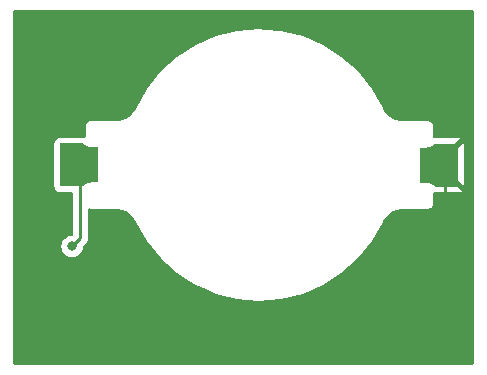
<source format=gbr>
%TF.GenerationSoftware,KiCad,Pcbnew,7.0.7*%
%TF.CreationDate,2024-01-22T14:54:53+09:00*%
%TF.ProjectId,coincall,636f696e-6361-46c6-9c2e-6b696361645f,rev?*%
%TF.SameCoordinates,Original*%
%TF.FileFunction,Copper,L2,Bot*%
%TF.FilePolarity,Positive*%
%FSLAX46Y46*%
G04 Gerber Fmt 4.6, Leading zero omitted, Abs format (unit mm)*
G04 Created by KiCad (PCBNEW 7.0.7) date 2024-01-22 14:54:53*
%MOMM*%
%LPD*%
G01*
G04 APERTURE LIST*
G04 Aperture macros list*
%AMFreePoly0*
4,1,32,0.226743,1.912552,0.245504,1.907443,0.386579,1.798267,0.538233,1.712989,0.700699,1.650739,0.870517,1.612848,1.046227,1.599966,1.444038,1.599942,1.464626,1.591411,1.486460,1.582368,1.486460,1.582365,1.486463,1.582365,1.504034,1.539942,1.504035,-1.330057,1.486461,-1.372483,1.444035,-1.390057,1.028740,-1.390056,0.855037,-1.403901,0.687059,-1.442253,0.526381,-1.504463,
0.376386,-1.589219,0.236753,-1.697426,0.217978,-1.702552,0.200000,-1.710000,-1.650000,-1.710007,-1.692426,-1.692433,-1.710000,-1.650007,-1.710000,1.859992,-1.692426,1.902418,-1.650000,1.919992,0.208783,1.919992,0.226743,1.912552,0.226743,1.912552,$1*%
G04 Aperture macros list end*
%TA.AperFunction,SMDPad,CuDef*%
%ADD10FreePoly0,0.000000*%
%TD*%
%TA.AperFunction,SMDPad,CuDef*%
%ADD11FreePoly0,180.000000*%
%TD*%
%TA.AperFunction,ViaPad*%
%ADD12C,0.800000*%
%TD*%
%TA.AperFunction,Conductor*%
%ADD13C,0.250000*%
%TD*%
G04 APERTURE END LIST*
D10*
%TO.P,BT4,1,+*%
%TO.N,+5V*%
X163700000Y-99200000D03*
D11*
%TO.P,BT4,2,-*%
%TO.N,GND*%
X194000000Y-99000000D03*
%TD*%
D12*
%TO.N,GND*%
X194564000Y-104648000D03*
%TO.N,+5V*%
X163000000Y-106000000D03*
%TD*%
D13*
%TO.N,GND*%
X194564000Y-99564000D02*
X194000000Y-99000000D01*
X194564000Y-104648000D02*
X194564000Y-99564000D01*
%TO.N,+5V*%
X163700000Y-105300000D02*
X163700000Y-99200000D01*
X163000000Y-106000000D02*
X163700000Y-105300000D01*
%TD*%
%TA.AperFunction,Conductor*%
%TO.N,GND*%
G36*
X196943039Y-86019685D02*
G01*
X196988794Y-86072489D01*
X197000000Y-86124000D01*
X197000000Y-115876000D01*
X196980315Y-115943039D01*
X196927511Y-115988794D01*
X196876000Y-116000000D01*
X158124000Y-116000000D01*
X158056961Y-115980315D01*
X158011206Y-115927511D01*
X158000000Y-115876000D01*
X158000000Y-97394053D01*
X161482305Y-97394053D01*
X161483254Y-97402869D01*
X161482506Y-97402949D01*
X161484353Y-97417650D01*
X161484353Y-100846756D01*
X161482307Y-100904063D01*
X161517898Y-101043506D01*
X161517902Y-101043516D01*
X161536918Y-101089427D01*
X161536924Y-101089439D01*
X161588724Y-101184304D01*
X161588725Y-101184305D01*
X161686794Y-101289642D01*
X161810568Y-101363083D01*
X161844542Y-101377156D01*
X161856500Y-101382109D01*
X161856504Y-101382110D01*
X161856508Y-101382112D01*
X161960247Y-101412568D01*
X161960254Y-101412570D01*
X162104085Y-101417697D01*
X162104094Y-101417694D01*
X162112907Y-101416747D01*
X162112988Y-101417502D01*
X162127668Y-101415651D01*
X162950501Y-101415649D01*
X163017539Y-101435333D01*
X163063294Y-101488137D01*
X163074500Y-101539649D01*
X163074500Y-104975500D01*
X163054815Y-105042539D01*
X163002011Y-105088294D01*
X162950500Y-105099500D01*
X162905354Y-105099500D01*
X162872897Y-105106398D01*
X162720197Y-105138855D01*
X162720192Y-105138857D01*
X162547270Y-105215848D01*
X162547265Y-105215851D01*
X162394129Y-105327111D01*
X162267466Y-105467785D01*
X162172821Y-105631715D01*
X162172818Y-105631722D01*
X162117880Y-105800806D01*
X162114326Y-105811744D01*
X162094540Y-106000000D01*
X162114326Y-106188256D01*
X162114327Y-106188259D01*
X162172818Y-106368277D01*
X162172821Y-106368284D01*
X162267467Y-106532216D01*
X162394129Y-106672888D01*
X162547265Y-106784148D01*
X162547270Y-106784151D01*
X162720192Y-106861142D01*
X162720197Y-106861144D01*
X162905354Y-106900500D01*
X162905355Y-106900500D01*
X163094644Y-106900500D01*
X163094646Y-106900500D01*
X163279803Y-106861144D01*
X163452730Y-106784151D01*
X163605871Y-106672888D01*
X163732533Y-106532216D01*
X163827179Y-106368284D01*
X163885674Y-106188256D01*
X163903321Y-106020344D01*
X163929904Y-105955734D01*
X163938951Y-105945638D01*
X164083788Y-105800801D01*
X164096042Y-105790986D01*
X164095859Y-105790764D01*
X164101866Y-105785792D01*
X164101877Y-105785786D01*
X164132775Y-105752882D01*
X164149227Y-105735364D01*
X164159671Y-105724918D01*
X164170120Y-105714471D01*
X164174379Y-105708978D01*
X164178152Y-105704561D01*
X164210062Y-105670582D01*
X164219713Y-105653024D01*
X164230396Y-105636761D01*
X164242673Y-105620936D01*
X164261185Y-105578153D01*
X164263738Y-105572941D01*
X164286197Y-105532092D01*
X164291180Y-105512680D01*
X164297481Y-105494280D01*
X164305437Y-105475896D01*
X164312729Y-105429852D01*
X164313906Y-105424171D01*
X164325500Y-105379019D01*
X164325500Y-105358982D01*
X164327027Y-105339582D01*
X164329002Y-105327112D01*
X164330160Y-105319804D01*
X164325775Y-105273418D01*
X164325500Y-105267580D01*
X164325500Y-102916364D01*
X164345185Y-102849325D01*
X164370219Y-102827632D01*
X164394617Y-102799678D01*
X164461726Y-102780232D01*
X164493375Y-102784455D01*
X164497273Y-102785500D01*
X164543405Y-102785500D01*
X164562802Y-102787027D01*
X164599608Y-102792856D01*
X164603314Y-102790481D01*
X164638106Y-102785500D01*
X166602844Y-102785500D01*
X166607870Y-102785703D01*
X166918438Y-102810962D01*
X166938263Y-102814208D01*
X167233307Y-102887492D01*
X167252349Y-102893899D01*
X167531685Y-103013901D01*
X167549435Y-103023298D01*
X167805704Y-103186861D01*
X167821712Y-103199011D01*
X168048169Y-103401823D01*
X168062008Y-103416404D01*
X168252717Y-103653142D01*
X168264018Y-103669769D01*
X168417357Y-103940195D01*
X168417363Y-103940205D01*
X169338449Y-105564618D01*
X169338662Y-105565026D01*
X169339667Y-105566218D01*
X169347135Y-105575488D01*
X170508102Y-107016670D01*
X170508295Y-107016927D01*
X170508552Y-107017142D01*
X171054712Y-107506272D01*
X171896989Y-108260598D01*
X171897235Y-108260832D01*
X171897283Y-108260861D01*
X171897286Y-108260863D01*
X171897288Y-108260863D01*
X171897544Y-108261016D01*
X172873111Y-108883661D01*
X173468624Y-109263741D01*
X173468932Y-109263951D01*
X173469236Y-109264068D01*
X174311376Y-109625850D01*
X175181806Y-109999787D01*
X175182003Y-109999880D01*
X175182010Y-109999885D01*
X175182017Y-109999886D01*
X175182069Y-109999911D01*
X175182115Y-109999920D01*
X175182121Y-109999923D01*
X175182126Y-109999923D01*
X175182368Y-109999973D01*
X176991257Y-110449269D01*
X176991549Y-110449351D01*
X176991553Y-110449353D01*
X176991556Y-110449353D01*
X176991613Y-110449369D01*
X176991664Y-110449371D01*
X176991668Y-110449372D01*
X176991671Y-110449371D01*
X176991914Y-110449381D01*
X178849678Y-110600474D01*
X178849937Y-110600504D01*
X178849942Y-110600506D01*
X178849946Y-110600505D01*
X178850003Y-110600512D01*
X178850055Y-110600505D01*
X178850058Y-110600506D01*
X178850060Y-110600505D01*
X178850314Y-110600475D01*
X179545540Y-110543932D01*
X180708035Y-110449386D01*
X180708330Y-110449371D01*
X180708333Y-110449372D01*
X180708335Y-110449371D01*
X180708384Y-110449369D01*
X180708438Y-110449353D01*
X180708448Y-110449353D01*
X180708456Y-110449348D01*
X180708689Y-110449282D01*
X182517635Y-109999972D01*
X182517874Y-109999922D01*
X182517880Y-109999922D01*
X182517885Y-109999919D01*
X182517940Y-109999908D01*
X182517986Y-109999886D01*
X182517991Y-109999885D01*
X182517994Y-109999882D01*
X182518234Y-109999769D01*
X182520143Y-109998949D01*
X184230774Y-109264063D01*
X184231011Y-109263971D01*
X184231017Y-109263971D01*
X184231021Y-109263967D01*
X184231068Y-109263950D01*
X184231111Y-109263919D01*
X184231120Y-109263916D01*
X184231125Y-109263909D01*
X184231281Y-109263801D01*
X185802415Y-108261041D01*
X185802711Y-108260864D01*
X185802715Y-108260863D01*
X185802718Y-108260860D01*
X185802760Y-108260835D01*
X185802801Y-108260795D01*
X185802807Y-108260792D01*
X185802810Y-108260786D01*
X185802975Y-108260628D01*
X187191439Y-107017150D01*
X187191658Y-107016965D01*
X187191663Y-107016963D01*
X187191666Y-107016958D01*
X187191704Y-107016927D01*
X187191736Y-107016883D01*
X187191743Y-107016878D01*
X187191746Y-107016870D01*
X187191883Y-107016688D01*
X187191910Y-107016655D01*
X188361200Y-105565143D01*
X188361347Y-105564973D01*
X188361353Y-105564969D01*
X188361356Y-105564962D01*
X188361395Y-105564918D01*
X188361576Y-105564574D01*
X189281088Y-103942939D01*
X189281088Y-103942937D01*
X189435986Y-103669761D01*
X189447275Y-103653150D01*
X189637995Y-103416399D01*
X189651827Y-103401825D01*
X189878295Y-103199004D01*
X189894287Y-103186867D01*
X190150569Y-103023296D01*
X190168314Y-103013901D01*
X190447654Y-102893897D01*
X190466688Y-102887493D01*
X190761738Y-102814208D01*
X190781559Y-102810962D01*
X191092130Y-102785703D01*
X191097157Y-102785500D01*
X193061893Y-102785500D01*
X193091656Y-102794239D01*
X193137197Y-102787027D01*
X193156594Y-102785500D01*
X193202725Y-102785500D01*
X193202727Y-102785500D01*
X193206619Y-102784457D01*
X193210030Y-102784538D01*
X193210783Y-102784439D01*
X193210798Y-102784556D01*
X193234926Y-102785130D01*
X193257498Y-102773629D01*
X193281691Y-102764341D01*
X193304587Y-102758207D01*
X193324314Y-102746817D01*
X193354137Y-102739581D01*
X193366214Y-102727505D01*
X193391889Y-102707802D01*
X193395913Y-102705480D01*
X193470480Y-102630913D01*
X193472802Y-102626889D01*
X193492505Y-102601214D01*
X193500391Y-102593327D01*
X193500437Y-102585671D01*
X193511815Y-102559317D01*
X193523207Y-102539587D01*
X193529341Y-102516691D01*
X193538629Y-102492498D01*
X193546389Y-102477267D01*
X193545232Y-102473273D01*
X193549457Y-102441618D01*
X193550500Y-102437727D01*
X193550500Y-102391593D01*
X193552027Y-102372195D01*
X193557855Y-102335392D01*
X193555480Y-102331686D01*
X193550500Y-102296899D01*
X193550500Y-101538636D01*
X193570185Y-101471596D01*
X193622989Y-101425842D01*
X193692147Y-101415898D01*
X193694110Y-101416196D01*
X193773304Y-101428879D01*
X193773306Y-101428879D01*
X193811509Y-101425391D01*
X193817150Y-101425134D01*
X195646601Y-101425134D01*
X195703995Y-101427184D01*
X195843296Y-101391630D01*
X195843313Y-101391624D01*
X195855249Y-101386681D01*
X195889236Y-101372602D01*
X195973199Y-101326753D01*
X193734127Y-99087681D01*
X193700642Y-99026358D01*
X193702527Y-98999999D01*
X194353552Y-98999999D01*
X196215203Y-100861650D01*
X196215204Y-100861650D01*
X196217192Y-100806000D01*
X196216244Y-100797180D01*
X196216989Y-100797099D01*
X196215142Y-100782389D01*
X196215142Y-97353383D01*
X196217190Y-97295989D01*
X196184732Y-97168820D01*
X196184731Y-97168820D01*
X194353552Y-98999999D01*
X193702527Y-98999999D01*
X193705626Y-98956666D01*
X193734127Y-98912319D01*
X194000000Y-98646447D01*
X195831542Y-96814903D01*
X195831542Y-96814902D01*
X195739654Y-96787926D01*
X195595966Y-96782804D01*
X195587147Y-96783753D01*
X195587066Y-96783005D01*
X195572371Y-96784852D01*
X193854393Y-96784856D01*
X193834420Y-96783237D01*
X193817787Y-96780522D01*
X193817779Y-96780522D01*
X193781187Y-96785073D01*
X193776858Y-96785458D01*
X193734024Y-96787757D01*
X193734021Y-96787758D01*
X193713500Y-96792997D01*
X193705812Y-96794450D01*
X193689810Y-96796441D01*
X193620853Y-96785185D01*
X193568929Y-96738434D01*
X193550500Y-96673390D01*
X193550500Y-95905088D01*
X193559218Y-95875398D01*
X193552027Y-95830005D01*
X193550500Y-95810603D01*
X193550500Y-95804993D01*
X193550493Y-95804923D01*
X193550494Y-95764480D01*
X193549449Y-95760583D01*
X193549531Y-95757166D01*
X193549433Y-95756419D01*
X193549549Y-95756403D01*
X193550124Y-95732278D01*
X193538623Y-95709705D01*
X193529332Y-95685500D01*
X193528767Y-95683392D01*
X193523202Y-95662620D01*
X193523202Y-95662619D01*
X193523201Y-95662618D01*
X193511813Y-95642893D01*
X193504576Y-95613064D01*
X193492498Y-95600986D01*
X193472792Y-95575305D01*
X193470477Y-95571295D01*
X193395911Y-95496728D01*
X193395910Y-95496727D01*
X193395908Y-95496726D01*
X193391892Y-95494407D01*
X193366213Y-95474702D01*
X193358321Y-95466810D01*
X193350660Y-95466765D01*
X193324308Y-95455387D01*
X193320657Y-95453279D01*
X193304586Y-95444000D01*
X193281704Y-95437869D01*
X193257506Y-95428579D01*
X193242264Y-95420812D01*
X193238259Y-95421973D01*
X193206616Y-95417749D01*
X193202728Y-95416707D01*
X193202727Y-95416707D01*
X193156603Y-95416707D01*
X193137206Y-95415181D01*
X193100279Y-95409332D01*
X193096692Y-95411632D01*
X193061772Y-95416612D01*
X191097124Y-95414503D01*
X191092163Y-95414299D01*
X190781567Y-95389038D01*
X190761728Y-95385789D01*
X190466698Y-95312509D01*
X190447644Y-95306098D01*
X190168325Y-95186103D01*
X190150558Y-95176696D01*
X190150555Y-95176694D01*
X189894295Y-95013138D01*
X189878287Y-95000988D01*
X189651831Y-94798177D01*
X189637992Y-94783596D01*
X189447282Y-94546857D01*
X189447281Y-94546856D01*
X189447280Y-94546854D01*
X189435981Y-94530230D01*
X189280990Y-94256890D01*
X189280990Y-94256889D01*
X188361551Y-92635382D01*
X188361420Y-92635131D01*
X188361419Y-92635128D01*
X188361416Y-92635124D01*
X188361394Y-92635082D01*
X188361356Y-92635037D01*
X188361353Y-92635032D01*
X188361347Y-92635027D01*
X188361181Y-92634833D01*
X187191898Y-91183330D01*
X187191879Y-91183306D01*
X187191708Y-91183075D01*
X187191393Y-91182809D01*
X185802969Y-89939365D01*
X185802762Y-89939165D01*
X185802376Y-89938933D01*
X184231306Y-88936214D01*
X184231076Y-88936053D01*
X184230770Y-88935934D01*
X182518232Y-88200229D01*
X182517945Y-88200093D01*
X182517612Y-88200021D01*
X180983780Y-87819044D01*
X180708726Y-87750726D01*
X180708388Y-87750630D01*
X180708028Y-87750613D01*
X179289012Y-87635204D01*
X178850310Y-87599524D01*
X178849994Y-87599487D01*
X178849644Y-87599527D01*
X176991929Y-87750616D01*
X176991611Y-87750630D01*
X176991223Y-87750738D01*
X175182404Y-88200017D01*
X175182068Y-88200087D01*
X175181792Y-88200218D01*
X173469246Y-88935927D01*
X173468934Y-88936048D01*
X173468649Y-88936243D01*
X171897580Y-89938960D01*
X171897239Y-89939164D01*
X171897006Y-89939387D01*
X170508572Y-91182839D01*
X170508294Y-91183073D01*
X170508102Y-91183330D01*
X169338814Y-92634841D01*
X169338609Y-92635075D01*
X169338467Y-92635349D01*
X168383856Y-94318887D01*
X168264018Y-94530230D01*
X168252717Y-94546856D01*
X168062008Y-94783595D01*
X168048169Y-94798176D01*
X167821712Y-95000988D01*
X167805699Y-95013142D01*
X167549447Y-95176694D01*
X167531679Y-95186101D01*
X167252355Y-95306098D01*
X167233301Y-95312509D01*
X166938271Y-95385789D01*
X166918432Y-95389038D01*
X166607869Y-95414297D01*
X166602844Y-95414501D01*
X164638181Y-95414595D01*
X164608397Y-95405851D01*
X164562803Y-95413073D01*
X164543405Y-95414600D01*
X164497273Y-95414600D01*
X164497271Y-95414600D01*
X164497266Y-95414601D01*
X164493381Y-95415642D01*
X164489977Y-95415560D01*
X164489217Y-95415661D01*
X164489201Y-95415542D01*
X164465072Y-95414966D01*
X164442490Y-95426473D01*
X164418291Y-95435762D01*
X164395413Y-95441892D01*
X164395408Y-95441894D01*
X164375690Y-95453279D01*
X164345861Y-95460515D01*
X164333780Y-95472597D01*
X164308108Y-95492297D01*
X164304088Y-95494618D01*
X164304086Y-95494619D01*
X164229523Y-95569184D01*
X164229515Y-95569194D01*
X164227200Y-95573205D01*
X164207498Y-95598880D01*
X164199604Y-95606773D01*
X164199559Y-95614434D01*
X164188179Y-95640791D01*
X164176794Y-95660509D01*
X164176792Y-95660514D01*
X164170662Y-95683392D01*
X164161373Y-95707592D01*
X164153607Y-95722832D01*
X164154766Y-95726830D01*
X164150545Y-95758471D01*
X164149500Y-95762369D01*
X164149500Y-95808497D01*
X164147973Y-95827895D01*
X164142141Y-95864711D01*
X164144518Y-95868418D01*
X164149500Y-95903214D01*
X164149500Y-96660855D01*
X164129815Y-96727894D01*
X164077011Y-96773649D01*
X164007853Y-96783593D01*
X164005891Y-96783295D01*
X163988576Y-96780522D01*
X163926725Y-96770616D01*
X163926723Y-96770616D01*
X163926720Y-96770615D01*
X163897843Y-96773252D01*
X163888516Y-96774104D01*
X163882886Y-96774361D01*
X162053282Y-96774361D01*
X161995951Y-96772314D01*
X161995950Y-96772314D01*
X161995946Y-96772314D01*
X161856510Y-96807902D01*
X161856491Y-96807909D01*
X161844559Y-96812852D01*
X161810558Y-96826936D01*
X161715701Y-96878732D01*
X161715698Y-96878735D01*
X161610364Y-96976803D01*
X161610363Y-96976805D01*
X161536924Y-97100576D01*
X161536921Y-97100581D01*
X161521898Y-97136852D01*
X161517901Y-97146501D01*
X161511133Y-97169552D01*
X161487443Y-97250228D01*
X161482305Y-97394053D01*
X158000000Y-97394053D01*
X158000000Y-86124000D01*
X158019685Y-86056961D01*
X158072489Y-86011206D01*
X158124000Y-86000000D01*
X196876000Y-86000000D01*
X196943039Y-86019685D01*
G37*
%TD.AperFunction*%
%TD*%
M02*

</source>
